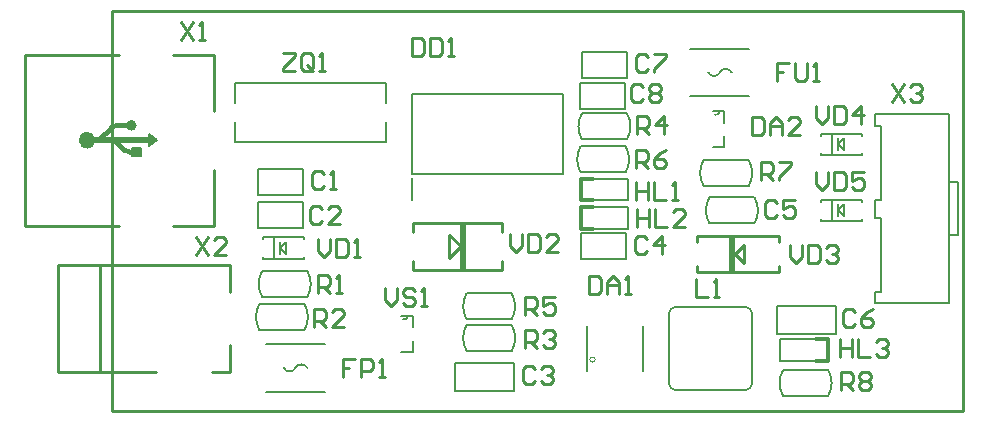
<source format=gto>
G04 Layer_Color=65535*
%FSLAX44Y44*%
%MOMM*%
G71*
G01*
G75*
%ADD10C,0.8890*%
%ADD11C,0.5080*%
%ADD12C,0.3810*%
%ADD13C,0.1524*%
%ADD14C,0.2000*%
%ADD15C,0.0000*%
%ADD16C,0.1270*%
%ADD17C,0.2500*%
%ADD18C,0.3500*%
%ADD19C,0.1778*%
%ADD20C,0.2540*%
%ADD21R,0.5000X3.0000*%
%ADD22R,0.5000X4.0000*%
G36*
X349600Y523260D02*
X342100D01*
Y530760D01*
X349600D01*
Y523260D01*
D02*
G37*
G36*
X363100Y537010D02*
X356100Y532010D01*
Y542010D01*
X363100Y537010D01*
D02*
G37*
D10*
X306140D02*
G03*
X306140Y537010I-2540J0D01*
G01*
D11*
X343100Y549510D02*
G03*
X343100Y549510I-2000J0D01*
G01*
X308600Y537010D02*
X356100D01*
D12*
X328600Y549510D02*
G03*
X324072Y547634I0J-6403D01*
G01*
X335073Y528885D02*
G03*
X339600Y527010I4528J4528D01*
G01*
X328600Y549510D02*
X341100D01*
X339600Y527010D02*
X342100D01*
X314072Y537634D02*
X324072Y547634D01*
X327573Y536385D02*
X335073Y528885D01*
D13*
X835176Y558537D02*
G03*
X839216Y561366I1030J2829D01*
G01*
X571270Y385309D02*
G03*
X575310Y388138I1030J2829D01*
G01*
X843280Y551942D02*
Y561340D01*
X833374Y530860D02*
X843280D01*
Y540258D01*
X839216Y561340D02*
X843280D01*
X833374D02*
X839216D01*
X579374Y378714D02*
Y388112D01*
X569468Y357632D02*
X579374D01*
Y367030D01*
X575310Y388112D02*
X579374D01*
X569468D02*
X575310D01*
D14*
X663198Y385406D02*
G03*
X663151Y407155I-19148J10834D01*
G01*
X624902Y407074D02*
G03*
X624949Y385325I19148J-10834D01*
G01*
X624902Y380404D02*
G03*
X624949Y358655I19148J-10834D01*
G01*
X663198Y358736D02*
G03*
X663151Y380485I-19148J10834D01*
G01*
X868778Y466686D02*
G03*
X868731Y488435I-19148J10834D01*
G01*
X830482Y488354D02*
G03*
X830529Y466605I19148J-10834D01*
G01*
X829470Y594360D02*
G03*
X839470Y594360I5000J2666D01*
G01*
X849470D02*
G03*
X839470Y594360I-5000J-2666D01*
G01*
X825562Y520104D02*
G03*
X825609Y498355I19148J-10834D01*
G01*
X863858Y498436D02*
G03*
X863811Y520185I-19148J10834D01*
G01*
X801490Y395680D02*
G03*
X796490Y390680I0J-5000D01*
G01*
X866490Y390680D02*
G03*
X861490Y395680I-5000J0D01*
G01*
X796490Y330680D02*
G03*
X801490Y325680I5000J0D01*
G01*
X861490Y325680D02*
G03*
X866490Y330680I0J5000D01*
G01*
X721422Y531534D02*
G03*
X721469Y509785I19148J-10834D01*
G01*
X759718Y509866D02*
G03*
X759671Y531615I-19148J10834D01*
G01*
X722532Y559474D02*
G03*
X722579Y537725I19148J-10834D01*
G01*
X760828Y537806D02*
G03*
X760781Y559555I-19148J10834D01*
G01*
X470060Y344170D02*
G03*
X480060Y344170I5000J2666D01*
G01*
X490060D02*
G03*
X480060Y344170I-5000J-2666D01*
G01*
X449482Y398184D02*
G03*
X449529Y376435I19148J-10834D01*
G01*
X487778Y376516D02*
G03*
X487731Y398265I-19148J10834D01*
G01*
X451862Y426124D02*
G03*
X451909Y404375I19148J-10834D01*
G01*
X490158Y404456D02*
G03*
X490111Y426205I-19148J10834D01*
G01*
X931168Y320636D02*
G03*
X931121Y342385I-19148J10834D01*
G01*
X892872Y342304D02*
G03*
X892919Y320555I19148J-10834D01*
G01*
X556760Y535070D02*
Y552070D01*
X428760Y535070D02*
X556760D01*
X428760D02*
Y552070D01*
X556760Y568070D02*
Y585070D01*
X428760D02*
X556760D01*
X428760Y568070D02*
Y585070D01*
X625050Y407240D02*
X663050D01*
X625050Y385240D02*
X663050D01*
X625050Y358570D02*
X663050D01*
X625050Y380570D02*
X663050D01*
X665080Y324550D02*
Y348550D01*
X615080D02*
X665080D01*
X615080Y324550D02*
Y348550D01*
Y324550D02*
X665080D01*
X830630Y488520D02*
X868630D01*
X830630Y466520D02*
X868630D01*
X814470Y614360D02*
X864470D01*
X814470Y574360D02*
X864470D01*
X825710Y498270D02*
X863710D01*
X825710Y520270D02*
X863710D01*
X970840Y548790D02*
Y558790D01*
X1033340D01*
Y398790D02*
Y558790D01*
X970840Y398790D02*
X1033340D01*
X970840Y548790D02*
X975840D01*
X970840Y408790D02*
X975840D01*
X970840Y398790D02*
Y408790D01*
X975840Y486290D02*
Y548790D01*
Y408790D02*
Y471290D01*
X970840D02*
X975840D01*
X970840D02*
Y486290D01*
X975840D01*
X1033340Y456290D02*
X1040840D01*
Y501290D01*
X1033340D02*
X1040840D01*
X801490Y395680D02*
X861490D01*
X866490Y330680D02*
Y390680D01*
X796490Y330680D02*
Y390680D01*
X801490Y325680D02*
X861490D01*
X721570Y509700D02*
X759570D01*
X721570Y531700D02*
X759570D01*
X722680Y537640D02*
X760680D01*
X722680Y559640D02*
X760680D01*
X721570Y436040D02*
X759570D01*
X721570D02*
Y458040D01*
X759570D01*
Y436040D02*
Y458040D01*
X888130Y372810D02*
X938130D01*
X888130D02*
Y396810D01*
X938130D01*
Y372810D02*
Y396810D01*
X761680Y462170D02*
Y480170D01*
X731680Y462170D02*
X761680D01*
X731680Y480170D02*
X761680D01*
Y486300D02*
Y504300D01*
X731680Y486300D02*
X761680D01*
X731680Y504300D02*
X761680D01*
X448200Y462710D02*
X486200D01*
X448200D02*
Y484710D01*
X486200D01*
Y462710D02*
Y484710D01*
X448360Y490650D02*
X486360D01*
X448360D02*
Y512650D01*
X486360D01*
Y490650D02*
Y512650D01*
X455060Y364170D02*
X505060D01*
X455060Y324170D02*
X505060D01*
X449630Y376350D02*
X487630D01*
X449630Y398350D02*
X487630D01*
X452010Y404290D02*
X490010D01*
X452010Y426290D02*
X490010D01*
X472400Y440770D02*
Y450770D01*
X467400Y445770D02*
X472400Y440770D01*
X467400Y445770D02*
X472400Y450770D01*
X467400Y440770D02*
Y450770D01*
X461900Y436770D02*
Y454770D01*
X452400D02*
X487400D01*
X452400Y436770D02*
X487400D01*
X452400D02*
Y438270D01*
Y453270D02*
Y454770D01*
X487400Y436770D02*
Y438270D01*
Y453270D02*
Y454770D01*
X723000Y589710D02*
X761000D01*
X723000D02*
Y611710D01*
X761000D01*
Y589710D02*
Y611710D01*
X721250Y563040D02*
X759250D01*
X721250D02*
Y585040D01*
X759250D01*
Y563040D02*
Y585040D01*
X890590Y350410D02*
Y368410D01*
X920590D01*
X890590Y350410D02*
X920590D01*
X893020Y342470D02*
X931020D01*
X893020Y320470D02*
X931020D01*
X944840Y472520D02*
Y482520D01*
X939840Y477520D02*
X944840Y472520D01*
X939840Y477520D02*
X944840Y482520D01*
X939840Y472520D02*
Y482520D01*
X934340Y468520D02*
Y486520D01*
X924840D02*
X959840D01*
X924840Y468520D02*
X959840D01*
X924840D02*
Y470020D01*
Y485020D02*
Y486520D01*
X959840Y468520D02*
Y470020D01*
Y485020D02*
Y486520D01*
X944840Y528400D02*
Y538400D01*
X939840Y533400D02*
X944840Y528400D01*
X939840Y533400D02*
X944840Y538400D01*
X939840Y528400D02*
Y538400D01*
X934340Y524400D02*
Y542400D01*
X924840D02*
X959840D01*
X924840Y524400D02*
X959840D01*
X924840D02*
Y525900D01*
Y540900D02*
Y542400D01*
X959840Y524400D02*
Y525900D01*
Y540900D02*
Y542400D01*
X578720Y486290D02*
Y504790D01*
X578620Y508290D02*
X706620D01*
Y576290D01*
X578620D02*
X706620D01*
X578620Y508290D02*
Y576290D01*
D15*
X733765Y351154D02*
G03*
X733765Y351154I-2245J0D01*
G01*
D16*
X356100Y532010D02*
X363100Y537010D01*
X356100Y542010D02*
X363100Y537010D01*
X356100Y532010D02*
Y542010D01*
X342100Y530760D02*
X349600D01*
X342100Y523260D02*
Y530760D01*
Y523260D02*
X349600D01*
Y530760D01*
D17*
X376100Y609510D02*
X411100D01*
X251100D02*
X331100D01*
X251100Y464510D02*
X331100D01*
X376100D02*
X411100D01*
Y512010D01*
Y562010D02*
Y609510D01*
X251100Y464510D02*
Y609510D01*
X819710Y425690D02*
X889710D01*
X819710Y455690D02*
X889710D01*
Y425690D02*
Y430690D01*
Y450690D02*
Y455690D01*
X819710Y450690D02*
Y455690D01*
Y425690D02*
Y430690D01*
X859710Y433190D02*
Y448190D01*
X852210Y440690D02*
X859710Y433190D01*
X852210Y440690D02*
X859710Y448190D01*
X279370Y430920D02*
X424370D01*
X279370Y340920D02*
Y430920D01*
Y340920D02*
X361870D01*
X409370D02*
X424370D01*
Y363420D01*
Y408420D02*
Y430920D01*
X314370Y340920D02*
Y430920D01*
X579720Y467040D02*
X654720D01*
X579720Y427040D02*
X654720D01*
X610220Y457040D02*
X620220Y447040D01*
X610220Y437040D02*
Y457040D01*
Y437040D02*
X620220Y447040D01*
X579720Y459540D02*
Y467040D01*
Y427040D02*
Y434540D01*
X654720Y427040D02*
Y434540D01*
Y459540D02*
Y467040D01*
D18*
X721680Y480170D02*
X731680D01*
X721680Y462170D02*
X731680D01*
X721680D02*
Y480170D01*
Y504300D02*
X731680D01*
X721680Y486300D02*
X731680D01*
X721680D02*
Y504300D01*
X920590Y350410D02*
X930590D01*
X920590Y368410D02*
X930590D01*
Y350410D02*
Y368410D01*
D19*
X726570Y341679D02*
Y379679D01*
X774570Y341679D02*
Y379679D01*
D20*
X383170Y637335D02*
X393327Y622100D01*
Y637335D02*
X383170Y622100D01*
X398405D02*
X403484D01*
X400944D01*
Y637335D01*
X398405Y634796D01*
X866648Y556255D02*
Y541020D01*
X874266D01*
X876805Y543559D01*
Y553716D01*
X874266Y556255D01*
X866648D01*
X881883Y541020D02*
Y551177D01*
X886961Y556255D01*
X892040Y551177D01*
Y541020D01*
Y548638D01*
X881883D01*
X907275Y541020D02*
X897118D01*
X907275Y551177D01*
Y553716D01*
X904736Y556255D01*
X899657D01*
X897118Y553716D01*
X556133Y411856D02*
Y401699D01*
X561211Y396621D01*
X566290Y401699D01*
Y411856D01*
X581525Y409317D02*
X578986Y411856D01*
X573907D01*
X571368Y409317D01*
Y406778D01*
X573907Y404239D01*
X578986D01*
X581525Y401699D01*
Y399160D01*
X578986Y396621D01*
X573907D01*
X571368Y399160D01*
X586603Y396621D02*
X591682D01*
X589142D01*
Y411856D01*
X586603Y409317D01*
X942340Y325120D02*
Y340355D01*
X949958D01*
X952497Y337816D01*
Y332738D01*
X949958Y330198D01*
X942340D01*
X947418D02*
X952497Y325120D01*
X957575Y337816D02*
X960114Y340355D01*
X965193D01*
X967732Y337816D01*
Y335277D01*
X965193Y332738D01*
X967732Y330198D01*
Y327659D01*
X965193Y325120D01*
X960114D01*
X957575Y327659D01*
Y330198D01*
X960114Y332738D01*
X957575Y335277D01*
Y337816D01*
X960114Y332738D02*
X965193D01*
X920496Y510281D02*
Y500124D01*
X925574Y495046D01*
X930653Y500124D01*
Y510281D01*
X935731D02*
Y495046D01*
X943349D01*
X945888Y497585D01*
Y507742D01*
X943349Y510281D01*
X935731D01*
X961123D02*
X950966D01*
Y502663D01*
X956044Y505203D01*
X958584D01*
X961123Y502663D01*
Y497585D01*
X958584Y495046D01*
X953505D01*
X950966Y497585D01*
X920496Y566161D02*
Y556004D01*
X925574Y550926D01*
X930653Y556004D01*
Y566161D01*
X935731D02*
Y550926D01*
X943349D01*
X945888Y553465D01*
Y563622D01*
X943349Y566161D01*
X935731D01*
X958584Y550926D02*
Y566161D01*
X950966Y558544D01*
X961123D01*
X674690Y388620D02*
Y403855D01*
X682308D01*
X684847Y401316D01*
Y396237D01*
X682308Y393698D01*
X674690D01*
X679768D02*
X684847Y388620D01*
X700082Y403855D02*
X689925D01*
Y396237D01*
X695004Y398777D01*
X697543D01*
X700082Y396237D01*
Y391159D01*
X697543Y388620D01*
X692464D01*
X689925Y391159D01*
X469900Y610865D02*
X480057D01*
Y608326D01*
X469900Y598169D01*
Y595630D01*
X480057D01*
X495292Y598169D02*
Y608326D01*
X492753Y610865D01*
X487674D01*
X485135Y608326D01*
Y598169D01*
X487674Y595630D01*
X492753D01*
X490213Y600708D02*
X495292Y595630D01*
X492753D02*
X495292Y598169D01*
X500370Y595630D02*
X505448D01*
X502909D01*
Y610865D01*
X500370Y608326D01*
X985520Y584195D02*
X995677Y568960D01*
Y584195D02*
X985520Y568960D01*
X1000755Y581656D02*
X1003294Y584195D01*
X1008373D01*
X1010912Y581656D01*
Y579117D01*
X1008373Y576577D01*
X1005833D01*
X1008373D01*
X1010912Y574038D01*
Y571499D01*
X1008373Y568960D01*
X1003294D01*
X1000755Y571499D01*
X941070Y368295D02*
Y353060D01*
Y360677D01*
X951227D01*
Y368295D01*
Y353060D01*
X956305Y368295D02*
Y353060D01*
X966462D01*
X971540Y365756D02*
X974079Y368295D01*
X979158D01*
X981697Y365756D01*
Y363217D01*
X979158Y360677D01*
X976618D01*
X979158D01*
X981697Y358138D01*
Y355599D01*
X979158Y353060D01*
X974079D01*
X971540Y355599D01*
X769620Y478785D02*
Y463550D01*
Y471167D01*
X779777D01*
Y478785D01*
Y463550D01*
X784855Y478785D02*
Y463550D01*
X795012D01*
X810247D02*
X800090D01*
X810247Y473707D01*
Y476246D01*
X807708Y478785D01*
X802629D01*
X800090Y476246D01*
X768350Y501645D02*
Y486410D01*
Y494027D01*
X778507D01*
Y501645D01*
Y486410D01*
X783585Y501645D02*
Y486410D01*
X793742D01*
X798820D02*
X803898D01*
X801359D01*
Y501645D01*
X798820Y499106D01*
X530857Y351785D02*
X520700D01*
Y344168D01*
X525778D01*
X520700D01*
Y336550D01*
X535935D02*
Y351785D01*
X543553D01*
X546092Y349246D01*
Y344168D01*
X543553Y341628D01*
X535935D01*
X551170Y336550D02*
X556249D01*
X553709D01*
Y351785D01*
X551170Y349246D01*
X897887Y601975D02*
X887730D01*
Y594357D01*
X892808D01*
X887730D01*
Y586740D01*
X902965Y601975D02*
Y589279D01*
X905504Y586740D01*
X910583D01*
X913122Y589279D01*
Y601975D01*
X918200Y586740D02*
X923279D01*
X920739D01*
Y601975D01*
X918200Y599436D01*
X578358Y623819D02*
Y608584D01*
X585975D01*
X588515Y611123D01*
Y621280D01*
X585975Y623819D01*
X578358D01*
X593593D02*
Y608584D01*
X601211D01*
X603750Y611123D01*
Y621280D01*
X601211Y623819D01*
X593593D01*
X608828Y608584D02*
X613907D01*
X611367D01*
Y623819D01*
X608828Y621280D01*
X396240Y454655D02*
X406397Y439420D01*
Y454655D02*
X396240Y439420D01*
X421632D02*
X411475D01*
X421632Y449577D01*
Y452116D01*
X419093Y454655D01*
X414014D01*
X411475Y452116D01*
X898840Y448305D02*
Y438148D01*
X903918Y433070D01*
X908997Y438148D01*
Y448305D01*
X914075D02*
Y433070D01*
X921693D01*
X924232Y435609D01*
Y445766D01*
X921693Y448305D01*
X914075D01*
X929310Y445766D02*
X931849Y448305D01*
X936928D01*
X939467Y445766D01*
Y443227D01*
X936928Y440687D01*
X934389D01*
X936928D01*
X939467Y438148D01*
Y435609D01*
X936928Y433070D01*
X931849D01*
X929310Y435609D01*
X661670Y457195D02*
Y447038D01*
X666748Y441960D01*
X671827Y447038D01*
Y457195D01*
X676905D02*
Y441960D01*
X684523D01*
X687062Y444499D01*
Y454656D01*
X684523Y457195D01*
X676905D01*
X702297Y441960D02*
X692140D01*
X702297Y452117D01*
Y454656D01*
X699758Y457195D01*
X694679D01*
X692140Y454656D01*
X728218Y421635D02*
Y406400D01*
X735835D01*
X738375Y408939D01*
Y419096D01*
X735835Y421635D01*
X728218D01*
X743453Y406400D02*
Y416557D01*
X748531Y421635D01*
X753610Y416557D01*
Y406400D01*
Y414017D01*
X743453D01*
X758688Y406400D02*
X763766D01*
X761227D01*
Y421635D01*
X758688Y419096D01*
X953767Y391156D02*
X951227Y393695D01*
X946149D01*
X943610Y391156D01*
Y380999D01*
X946149Y378460D01*
X951227D01*
X953767Y380999D01*
X969002Y393695D02*
X963923Y391156D01*
X958845Y386077D01*
Y380999D01*
X961384Y378460D01*
X966463D01*
X969002Y380999D01*
Y383538D01*
X966463Y386077D01*
X958845D01*
X887727Y483866D02*
X885188Y486405D01*
X880109D01*
X877570Y483866D01*
Y473709D01*
X880109Y471170D01*
X885188D01*
X887727Y473709D01*
X902962Y486405D02*
X892805D01*
Y478787D01*
X897883Y481327D01*
X900423D01*
X902962Y478787D01*
Y473709D01*
X900423Y471170D01*
X895344D01*
X892805Y473709D01*
X683257Y342896D02*
X680717Y345435D01*
X675639D01*
X673100Y342896D01*
Y332739D01*
X675639Y330200D01*
X680717D01*
X683257Y332739D01*
X688335Y342896D02*
X690874Y345435D01*
X695953D01*
X698492Y342896D01*
Y340357D01*
X695953Y337817D01*
X693413D01*
X695953D01*
X698492Y335278D01*
Y332739D01*
X695953Y330200D01*
X690874D01*
X688335Y332739D01*
X778667Y607056D02*
X776128Y609595D01*
X771049D01*
X768510Y607056D01*
Y596899D01*
X771049Y594360D01*
X776128D01*
X778667Y596899D01*
X783745Y609595D02*
X793902D01*
Y607056D01*
X783745Y596899D01*
Y594360D01*
X774537Y581656D02*
X771998Y584195D01*
X766919D01*
X764380Y581656D01*
Y571499D01*
X766919Y568960D01*
X771998D01*
X774537Y571499D01*
X779615Y581656D02*
X782154Y584195D01*
X787233D01*
X789772Y581656D01*
Y579117D01*
X787233Y576577D01*
X789772Y574038D01*
Y571499D01*
X787233Y568960D01*
X782154D01*
X779615Y571499D01*
Y574038D01*
X782154Y576577D01*
X779615Y579117D01*
Y581656D01*
X782154Y576577D02*
X787233D01*
X777397Y453386D02*
X774858Y455925D01*
X769779D01*
X767240Y453386D01*
Y443229D01*
X769779Y440690D01*
X774858D01*
X777397Y443229D01*
X790093Y440690D02*
Y455925D01*
X782475Y448307D01*
X792632D01*
X504187Y507996D02*
X501647Y510535D01*
X496569D01*
X494030Y507996D01*
Y497839D01*
X496569Y495300D01*
X501647D01*
X504187Y497839D01*
X509265Y495300D02*
X514343D01*
X511804D01*
Y510535D01*
X509265Y507996D01*
X502757Y478786D02*
X500218Y481325D01*
X495139D01*
X492600Y478786D01*
Y468629D01*
X495139Y466090D01*
X500218D01*
X502757Y468629D01*
X517992Y466090D02*
X507835D01*
X517992Y476247D01*
Y478786D01*
X515453Y481325D01*
X510374D01*
X507835Y478786D01*
X818790Y419095D02*
Y403860D01*
X828947D01*
X834025D02*
X839103D01*
X836564D01*
Y419095D01*
X834025Y416556D01*
X498950Y407670D02*
Y422905D01*
X506567D01*
X509107Y420366D01*
Y415288D01*
X506567Y412748D01*
X498950D01*
X504028D02*
X509107Y407670D01*
X514185D02*
X519263D01*
X516724D01*
Y422905D01*
X514185Y420366D01*
X495460Y378460D02*
Y393695D01*
X503078D01*
X505617Y391156D01*
Y386077D01*
X503078Y383538D01*
X495460D01*
X500538D02*
X505617Y378460D01*
X520852D02*
X510695D01*
X520852Y388617D01*
Y391156D01*
X518313Y393695D01*
X513234D01*
X510695Y391156D01*
X674370Y360680D02*
Y375915D01*
X681988D01*
X684527Y373376D01*
Y368298D01*
X681988Y365758D01*
X674370D01*
X679448D02*
X684527Y360680D01*
X689605Y373376D02*
X692144Y375915D01*
X697223D01*
X699762Y373376D01*
Y370837D01*
X697223Y368298D01*
X694683D01*
X697223D01*
X699762Y365758D01*
Y363219D01*
X697223Y360680D01*
X692144D01*
X689605Y363219D01*
X769620Y542290D02*
Y557525D01*
X777237D01*
X779777Y554986D01*
Y549907D01*
X777237Y547368D01*
X769620D01*
X774698D02*
X779777Y542290D01*
X792473D02*
Y557525D01*
X784855Y549907D01*
X795012D01*
X768350Y513080D02*
Y528315D01*
X775967D01*
X778507Y525776D01*
Y520698D01*
X775967Y518158D01*
X768350D01*
X773428D02*
X778507Y513080D01*
X793742Y528315D02*
X788663Y525776D01*
X783585Y520698D01*
Y515619D01*
X786124Y513080D01*
X791203D01*
X793742Y515619D01*
Y518158D01*
X791203Y520698D01*
X783585D01*
X873920Y502920D02*
Y518155D01*
X881538D01*
X884077Y515616D01*
Y510537D01*
X881538Y507998D01*
X873920D01*
X878998D02*
X884077Y502920D01*
X889155Y518155D02*
X899312D01*
Y515616D01*
X889155Y505459D01*
Y502920D01*
X499110Y453385D02*
Y443228D01*
X504188Y438150D01*
X509267Y443228D01*
Y453385D01*
X514345D02*
Y438150D01*
X521963D01*
X524502Y440689D01*
Y450846D01*
X521963Y453385D01*
X514345D01*
X529580Y438150D02*
X534659D01*
X532119D01*
Y453385D01*
X529580Y450846D01*
X325120Y307340D02*
Y646430D01*
Y307340D02*
X1045210D01*
X325120Y646430D02*
X1045210D01*
Y307340D02*
Y646430D01*
D21*
X849710Y440690D02*
D03*
D22*
X622213Y447040D02*
D03*
M02*

</source>
